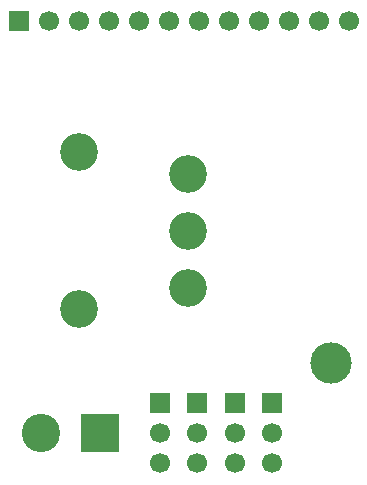
<source format=gbr>
G04 DipTrace 4.0.0.2*
G04 BottomMask.gbr*
%MOIN*%
G04 #@! TF.FileFunction,Soldermask,Bot*
G04 #@! TF.Part,Single*
%ADD27C,0.137795*%
%ADD32C,0.12599*%
%ADD34C,0.066935*%
%ADD36R,0.066935X0.066935*%
%ADD38C,0.12788*%
%ADD40R,0.12788X0.12788*%
%FSLAX26Y26*%
G04*
G70*
G90*
G75*
G01*
G04 BotMask*
%LPD*%
D40*
X744000Y594000D3*
D38*
X547150D3*
D36*
X473916Y1968803D3*
D34*
X573916D3*
X673916D3*
X773916D3*
X873916D3*
X973916D3*
X1073916D3*
X1173916D3*
X1273907D3*
X1373907D3*
X1473907D3*
X1573907D3*
D27*
X1516047Y827071D3*
D36*
X944000Y694000D3*
D34*
Y594000D3*
Y494000D3*
D36*
X1069000Y694000D3*
D34*
Y594000D3*
Y494000D3*
D36*
X1194000Y694000D3*
D34*
Y594000D3*
Y494000D3*
D36*
X1319000Y694000D3*
D34*
Y594000D3*
Y494000D3*
D32*
X1037454Y1269000D3*
Y1457976D3*
Y1080024D3*
X675251Y1007189D3*
Y1530811D3*
M02*

</source>
